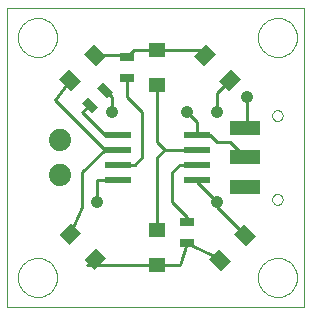
<source format=gtl>
G75*
G70*
%OFA0B0*%
%FSLAX24Y24*%
%IPPOS*%
%LPD*%
%AMOC8*
5,1,8,0,0,1.08239X$1,22.5*
%
%ADD10C,0.0000*%
%ADD11R,0.0870X0.0240*%
%ADD12R,0.0315X0.0472*%
%ADD13R,0.0472X0.0315*%
%ADD14C,0.0740*%
%ADD15R,0.0472X0.0551*%
%ADD16R,0.0551X0.0472*%
%ADD17R,0.0984X0.0472*%
%ADD18C,0.0100*%
%ADD19C,0.0410*%
D10*
X000232Y000232D02*
X000232Y010228D01*
X010102Y010228D01*
X010102Y000232D01*
X000232Y000232D01*
X000582Y001232D02*
X000584Y001282D01*
X000590Y001332D01*
X000600Y001382D01*
X000613Y001430D01*
X000630Y001478D01*
X000651Y001524D01*
X000675Y001568D01*
X000703Y001610D01*
X000734Y001650D01*
X000768Y001687D01*
X000805Y001722D01*
X000844Y001753D01*
X000885Y001782D01*
X000929Y001807D01*
X000975Y001829D01*
X001022Y001847D01*
X001070Y001861D01*
X001119Y001872D01*
X001169Y001879D01*
X001219Y001882D01*
X001270Y001881D01*
X001320Y001876D01*
X001370Y001867D01*
X001418Y001855D01*
X001466Y001838D01*
X001512Y001818D01*
X001557Y001795D01*
X001600Y001768D01*
X001640Y001738D01*
X001678Y001705D01*
X001713Y001669D01*
X001746Y001630D01*
X001775Y001589D01*
X001801Y001546D01*
X001824Y001501D01*
X001843Y001454D01*
X001858Y001406D01*
X001870Y001357D01*
X001878Y001307D01*
X001882Y001257D01*
X001882Y001207D01*
X001878Y001157D01*
X001870Y001107D01*
X001858Y001058D01*
X001843Y001010D01*
X001824Y000963D01*
X001801Y000918D01*
X001775Y000875D01*
X001746Y000834D01*
X001713Y000795D01*
X001678Y000759D01*
X001640Y000726D01*
X001600Y000696D01*
X001557Y000669D01*
X001512Y000646D01*
X001466Y000626D01*
X001418Y000609D01*
X001370Y000597D01*
X001320Y000588D01*
X001270Y000583D01*
X001219Y000582D01*
X001169Y000585D01*
X001119Y000592D01*
X001070Y000603D01*
X001022Y000617D01*
X000975Y000635D01*
X000929Y000657D01*
X000885Y000682D01*
X000844Y000711D01*
X000805Y000742D01*
X000768Y000777D01*
X000734Y000814D01*
X000703Y000854D01*
X000675Y000896D01*
X000651Y000940D01*
X000630Y000986D01*
X000613Y001034D01*
X000600Y001082D01*
X000590Y001132D01*
X000584Y001182D01*
X000582Y001232D01*
X000582Y009232D02*
X000584Y009282D01*
X000590Y009332D01*
X000600Y009382D01*
X000613Y009430D01*
X000630Y009478D01*
X000651Y009524D01*
X000675Y009568D01*
X000703Y009610D01*
X000734Y009650D01*
X000768Y009687D01*
X000805Y009722D01*
X000844Y009753D01*
X000885Y009782D01*
X000929Y009807D01*
X000975Y009829D01*
X001022Y009847D01*
X001070Y009861D01*
X001119Y009872D01*
X001169Y009879D01*
X001219Y009882D01*
X001270Y009881D01*
X001320Y009876D01*
X001370Y009867D01*
X001418Y009855D01*
X001466Y009838D01*
X001512Y009818D01*
X001557Y009795D01*
X001600Y009768D01*
X001640Y009738D01*
X001678Y009705D01*
X001713Y009669D01*
X001746Y009630D01*
X001775Y009589D01*
X001801Y009546D01*
X001824Y009501D01*
X001843Y009454D01*
X001858Y009406D01*
X001870Y009357D01*
X001878Y009307D01*
X001882Y009257D01*
X001882Y009207D01*
X001878Y009157D01*
X001870Y009107D01*
X001858Y009058D01*
X001843Y009010D01*
X001824Y008963D01*
X001801Y008918D01*
X001775Y008875D01*
X001746Y008834D01*
X001713Y008795D01*
X001678Y008759D01*
X001640Y008726D01*
X001600Y008696D01*
X001557Y008669D01*
X001512Y008646D01*
X001466Y008626D01*
X001418Y008609D01*
X001370Y008597D01*
X001320Y008588D01*
X001270Y008583D01*
X001219Y008582D01*
X001169Y008585D01*
X001119Y008592D01*
X001070Y008603D01*
X001022Y008617D01*
X000975Y008635D01*
X000929Y008657D01*
X000885Y008682D01*
X000844Y008711D01*
X000805Y008742D01*
X000768Y008777D01*
X000734Y008814D01*
X000703Y008854D01*
X000675Y008896D01*
X000651Y008940D01*
X000630Y008986D01*
X000613Y009034D01*
X000600Y009082D01*
X000590Y009132D01*
X000584Y009182D01*
X000582Y009232D01*
X008582Y009232D02*
X008584Y009282D01*
X008590Y009332D01*
X008600Y009382D01*
X008613Y009430D01*
X008630Y009478D01*
X008651Y009524D01*
X008675Y009568D01*
X008703Y009610D01*
X008734Y009650D01*
X008768Y009687D01*
X008805Y009722D01*
X008844Y009753D01*
X008885Y009782D01*
X008929Y009807D01*
X008975Y009829D01*
X009022Y009847D01*
X009070Y009861D01*
X009119Y009872D01*
X009169Y009879D01*
X009219Y009882D01*
X009270Y009881D01*
X009320Y009876D01*
X009370Y009867D01*
X009418Y009855D01*
X009466Y009838D01*
X009512Y009818D01*
X009557Y009795D01*
X009600Y009768D01*
X009640Y009738D01*
X009678Y009705D01*
X009713Y009669D01*
X009746Y009630D01*
X009775Y009589D01*
X009801Y009546D01*
X009824Y009501D01*
X009843Y009454D01*
X009858Y009406D01*
X009870Y009357D01*
X009878Y009307D01*
X009882Y009257D01*
X009882Y009207D01*
X009878Y009157D01*
X009870Y009107D01*
X009858Y009058D01*
X009843Y009010D01*
X009824Y008963D01*
X009801Y008918D01*
X009775Y008875D01*
X009746Y008834D01*
X009713Y008795D01*
X009678Y008759D01*
X009640Y008726D01*
X009600Y008696D01*
X009557Y008669D01*
X009512Y008646D01*
X009466Y008626D01*
X009418Y008609D01*
X009370Y008597D01*
X009320Y008588D01*
X009270Y008583D01*
X009219Y008582D01*
X009169Y008585D01*
X009119Y008592D01*
X009070Y008603D01*
X009022Y008617D01*
X008975Y008635D01*
X008929Y008657D01*
X008885Y008682D01*
X008844Y008711D01*
X008805Y008742D01*
X008768Y008777D01*
X008734Y008814D01*
X008703Y008854D01*
X008675Y008896D01*
X008651Y008940D01*
X008630Y008986D01*
X008613Y009034D01*
X008600Y009082D01*
X008590Y009132D01*
X008584Y009182D01*
X008582Y009232D01*
X009055Y006629D02*
X009057Y006655D01*
X009063Y006681D01*
X009073Y006706D01*
X009086Y006729D01*
X009102Y006749D01*
X009122Y006767D01*
X009144Y006782D01*
X009167Y006794D01*
X009193Y006802D01*
X009219Y006806D01*
X009245Y006806D01*
X009271Y006802D01*
X009297Y006794D01*
X009321Y006782D01*
X009342Y006767D01*
X009362Y006749D01*
X009378Y006729D01*
X009391Y006706D01*
X009401Y006681D01*
X009407Y006655D01*
X009409Y006629D01*
X009407Y006603D01*
X009401Y006577D01*
X009391Y006552D01*
X009378Y006529D01*
X009362Y006509D01*
X009342Y006491D01*
X009320Y006476D01*
X009297Y006464D01*
X009271Y006456D01*
X009245Y006452D01*
X009219Y006452D01*
X009193Y006456D01*
X009167Y006464D01*
X009143Y006476D01*
X009122Y006491D01*
X009102Y006509D01*
X009086Y006529D01*
X009073Y006552D01*
X009063Y006577D01*
X009057Y006603D01*
X009055Y006629D01*
X009055Y003834D02*
X009057Y003860D01*
X009063Y003886D01*
X009073Y003911D01*
X009086Y003934D01*
X009102Y003954D01*
X009122Y003972D01*
X009144Y003987D01*
X009167Y003999D01*
X009193Y004007D01*
X009219Y004011D01*
X009245Y004011D01*
X009271Y004007D01*
X009297Y003999D01*
X009321Y003987D01*
X009342Y003972D01*
X009362Y003954D01*
X009378Y003934D01*
X009391Y003911D01*
X009401Y003886D01*
X009407Y003860D01*
X009409Y003834D01*
X009407Y003808D01*
X009401Y003782D01*
X009391Y003757D01*
X009378Y003734D01*
X009362Y003714D01*
X009342Y003696D01*
X009320Y003681D01*
X009297Y003669D01*
X009271Y003661D01*
X009245Y003657D01*
X009219Y003657D01*
X009193Y003661D01*
X009167Y003669D01*
X009143Y003681D01*
X009122Y003696D01*
X009102Y003714D01*
X009086Y003734D01*
X009073Y003757D01*
X009063Y003782D01*
X009057Y003808D01*
X009055Y003834D01*
X008582Y001232D02*
X008584Y001282D01*
X008590Y001332D01*
X008600Y001382D01*
X008613Y001430D01*
X008630Y001478D01*
X008651Y001524D01*
X008675Y001568D01*
X008703Y001610D01*
X008734Y001650D01*
X008768Y001687D01*
X008805Y001722D01*
X008844Y001753D01*
X008885Y001782D01*
X008929Y001807D01*
X008975Y001829D01*
X009022Y001847D01*
X009070Y001861D01*
X009119Y001872D01*
X009169Y001879D01*
X009219Y001882D01*
X009270Y001881D01*
X009320Y001876D01*
X009370Y001867D01*
X009418Y001855D01*
X009466Y001838D01*
X009512Y001818D01*
X009557Y001795D01*
X009600Y001768D01*
X009640Y001738D01*
X009678Y001705D01*
X009713Y001669D01*
X009746Y001630D01*
X009775Y001589D01*
X009801Y001546D01*
X009824Y001501D01*
X009843Y001454D01*
X009858Y001406D01*
X009870Y001357D01*
X009878Y001307D01*
X009882Y001257D01*
X009882Y001207D01*
X009878Y001157D01*
X009870Y001107D01*
X009858Y001058D01*
X009843Y001010D01*
X009824Y000963D01*
X009801Y000918D01*
X009775Y000875D01*
X009746Y000834D01*
X009713Y000795D01*
X009678Y000759D01*
X009640Y000726D01*
X009600Y000696D01*
X009557Y000669D01*
X009512Y000646D01*
X009466Y000626D01*
X009418Y000609D01*
X009370Y000597D01*
X009320Y000588D01*
X009270Y000583D01*
X009219Y000582D01*
X009169Y000585D01*
X009119Y000592D01*
X009070Y000603D01*
X009022Y000617D01*
X008975Y000635D01*
X008929Y000657D01*
X008885Y000682D01*
X008844Y000711D01*
X008805Y000742D01*
X008768Y000777D01*
X008734Y000814D01*
X008703Y000854D01*
X008675Y000896D01*
X008651Y000940D01*
X008630Y000986D01*
X008613Y001034D01*
X008600Y001082D01*
X008590Y001132D01*
X008584Y001182D01*
X008582Y001232D01*
D11*
X006552Y004482D03*
X006552Y004982D03*
X006552Y005482D03*
X006552Y005982D03*
X003902Y005982D03*
X003902Y005482D03*
X003902Y004982D03*
X003902Y004482D03*
D12*
G36*
X002704Y007036D02*
X002926Y007258D01*
X003258Y006926D01*
X003036Y006704D01*
X002704Y007036D01*
G37*
G36*
X003205Y007537D02*
X003427Y007759D01*
X003759Y007427D01*
X003537Y007205D01*
X003205Y007537D01*
G37*
D13*
X004232Y007877D03*
X004232Y008586D03*
X006232Y003086D03*
X006232Y002377D03*
D14*
X001982Y004662D03*
X001982Y005802D03*
D15*
G36*
X001950Y007838D02*
X002284Y008172D01*
X002672Y007784D01*
X002338Y007450D01*
X001950Y007838D01*
G37*
G36*
X002785Y008673D02*
X003119Y009007D01*
X003507Y008619D01*
X003173Y008285D01*
X002785Y008673D01*
G37*
G36*
X006787Y008288D02*
X006453Y008622D01*
X006841Y009010D01*
X007175Y008676D01*
X006787Y008288D01*
G37*
G36*
X007622Y007453D02*
X007288Y007787D01*
X007676Y008175D01*
X008010Y007841D01*
X007622Y007453D01*
G37*
G36*
X008510Y002622D02*
X008176Y002288D01*
X007788Y002676D01*
X008122Y003010D01*
X008510Y002622D01*
G37*
G36*
X007675Y001787D02*
X007341Y001453D01*
X006953Y001841D01*
X007287Y002175D01*
X007675Y001787D01*
G37*
G36*
X003195Y002207D02*
X003529Y001873D01*
X003141Y001485D01*
X002807Y001819D01*
X003195Y002207D01*
G37*
G36*
X002359Y003042D02*
X002693Y002708D01*
X002305Y002320D01*
X001971Y002654D01*
X002359Y003042D01*
G37*
D16*
X005232Y002822D03*
X005232Y001641D03*
X005232Y007641D03*
X005232Y008822D03*
D17*
X008149Y006216D03*
X008149Y005232D03*
X008149Y004248D03*
D18*
X007232Y003732D02*
X007232Y003567D01*
X008149Y002649D01*
X007314Y001814D02*
X007251Y001877D01*
X006232Y002377D01*
X005996Y001641D01*
X005232Y001641D01*
X002872Y001641D01*
X003168Y001846D01*
X002332Y002681D02*
X002732Y003581D01*
X002732Y004732D01*
X003482Y005482D01*
X003902Y005482D01*
X003482Y005482D02*
X001811Y007153D01*
X002311Y007811D01*
X002981Y006981D02*
X002732Y006732D01*
X003482Y005982D01*
X003902Y005982D01*
X003732Y006732D02*
X003732Y007233D01*
X003482Y007482D01*
X004232Y007232D02*
X004732Y006732D01*
X004732Y005232D01*
X004482Y004982D01*
X003902Y004982D01*
X003902Y004482D02*
X003232Y004482D01*
X003232Y003732D01*
X005232Y002822D02*
X005232Y005232D01*
X005482Y005482D01*
X006552Y005482D01*
X006552Y005982D02*
X006982Y005982D01*
X007232Y005732D01*
X007649Y005732D01*
X008149Y005232D01*
X008149Y006216D02*
X008232Y006299D01*
X008232Y007232D01*
X007649Y007814D02*
X007232Y007397D01*
X007232Y006732D01*
X006552Y006412D02*
X006232Y006732D01*
X006552Y006412D02*
X006552Y005982D01*
X006552Y004982D02*
X005982Y004982D01*
X005732Y004732D01*
X005732Y003732D01*
X006232Y003232D01*
X006232Y003086D01*
X007232Y003732D02*
X006552Y004412D01*
X006552Y004482D01*
X005482Y005482D02*
X005232Y005732D01*
X005232Y007641D01*
X004232Y007877D02*
X004232Y007232D01*
X004232Y008586D02*
X004172Y008646D01*
X003146Y008646D01*
X004232Y008586D02*
X004468Y008822D01*
X005232Y008822D01*
X006641Y008822D01*
X006814Y008649D01*
D19*
X008232Y007232D03*
X007232Y006732D03*
X006232Y006732D03*
X003732Y006732D03*
X003232Y003732D03*
X007232Y003732D03*
M02*

</source>
